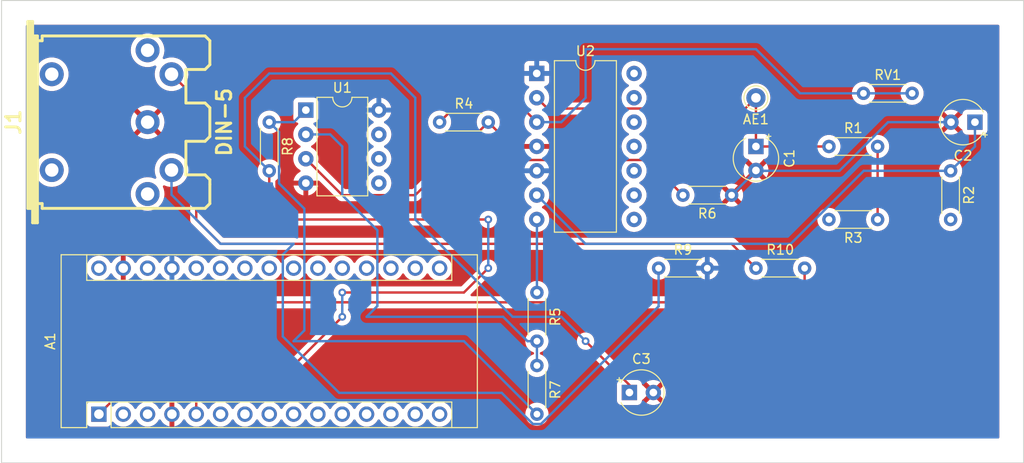
<source format=kicad_pcb>
(kicad_pcb (version 20211014) (generator pcbnew)
  (layers (0 "F.Cu" signal) (31 "B.Cu" signal) (34 "B.Paste" user) (35 "F.Paste" user) (36 "B.SilkS" user "B.Silkscreen") (37 "F.SilkS" user "F.Silkscreen") (38 "B.Mask" user) (39 "F.Mask" user) (44 "Edge.Cuts" user))
  (net 0 "")
  (net 1 "midi out")
  (net 4 "GND")
  (net 5 "Net-(A1-Pad5)")
  (net 27 "+5V")
  (net 30 "Net-(AE1-Pad1)")
  (net 31 "Net-(C2-Pad1)")
  (net 32 "Net-(J1-Pad5)")
  (net 34 "Net-(J1-Pad4)")
  (net 36 "Net-(R1-Pad2)")
  (net 37 "Net-(R2-Pad2)")
  (net 38 "Net-(R3-Pad2)")
  (net 39 "Net-(R4-Pad1)")
  (net 40 "Net-(R4-Pad2)")
  (net 41 "Net-(R5-Pad2)")
  (net 42 "Net-(R7-Pad2)")
  (net 46 "VCC")
  (footprint "Capacitor_THT:CP_Radial_Tantal_D4.5mm_P2.50mm" (layer "F.Cu") (at 88.392288 81.56)
    (fp_text reference "C3" (at 1.25 -3.5) (layer "F.SilkS"))
    (fp_text value "1nF")
    (fp_line (start -1.287288 -1.335) (end -0.837288 -1.335) (layer "F.SilkS") (width 0.12))
    (fp_line (start -1.062288 -1.56) (end -1.062288 -1.11) (layer "F.SilkS") (width 0.12))
    (fp_arc (start -0.869741 -1.06) (mid 3.62 0) (end -0.869741 1.06) (layer "F.SilkS") (width 0.12))
    (pad "1" thru_hole rect (at 0 0) (size 1.6 1.6) (drill 0.8) (layers *.Cu *.Mask) (net 5 "Net-(A1-Pad5)"))
    (pad "2" thru_hole circle (at 2.5 0) (size 1.6 1.6) (drill 0.8) (layers *.Cu *.Mask) (net 4 "GND"))
  )
  (footprint "Resistor_THT:R_Axial_DIN0204_L3.6mm_D1.6mm_P5.08mm_Horizontal" (layer "F.Cu") (at 101.6 68.58)
    (fp_text reference "R10" (at 2.54 -1.92) (layer "F.SilkS"))
    (fp_text value "220R")
    (fp_line (start 0.62 0.92) (end 4.46 0.92) (layer "F.SilkS") (width 0.12))
    (fp_line (start 0.62 -0.92) (end 4.46 -0.92) (layer "F.SilkS") (width 0.12))
    (pad "1" thru_hole circle (at 0 0) (size 1.4 1.4) (drill 0.7) (layers *.Cu *.Mask) (net 32 "Net-(J1-Pad5)"))
    (pad "2" thru_hole oval (at 5.08 0) (size 1.4 1.4) (drill 0.7) (layers *.Cu *.Mask) (net 1 "midi out"))
  )
  (footprint "Resistor_THT:R_Axial_DIN0204_L3.6mm_D1.6mm_P5.08mm_Horizontal" (layer "F.Cu") (at 50.8 53.34 -90)
    (fp_text reference "R8" (at 2.54 -1.92 90) (layer "F.SilkS"))
    (fp_text value "6K8")
    (fp_line (start 0.62 -0.92) (end 4.46 -0.92) (layer "F.SilkS") (width 0.12))
    (fp_line (start 0.62 0.92) (end 4.46 0.92) (layer "F.SilkS") (width 0.12))
    (pad "1" thru_hole circle (at 0 0 270) (size 1.4 1.4) (drill 0.7) (layers *.Cu *.Mask) (net 42 "Net-(R7-Pad2)"))
    (pad "2" thru_hole oval (at 5.08 0 270) (size 1.4 1.4) (drill 0.7) (layers *.Cu *.Mask) (net 5 "Net-(A1-Pad5)"))
  )
  (footprint "Connectors_UNITRA:DIN-5" (layer "F.Cu") (at 35.1 53.34 -90)
    (fp_text reference "J1" (at 0 11 90) (layer "F.SilkS") (effects (font (size 1.5 1.5) (thickness 0.3))))
    (fp_text value "DIN-5" (at 0 -11 90) (layer "F.SilkS") (effects (font (size 1.5 1.5) (thickness 0.3))))
    (fp_line (start 5.99948 -9.4996) (end 5.4991 -8.99922) (layer "F.SilkS") (width 0.3048))
    (fp_line (start 5.4991 -8.99922) (end 5.4991 -7.00024) (layer "F.SilkS") (width 0.3048))
    (fp_line (start -1.99898 -8.99922) (end -1.99898 -7.00024) (layer "F.SilkS") (width 0.3048))
    (fp_line (start -8.99922 8.7503) (end 10.50036 8.7503) (layer "F.SilkS") (width 0.3048))
    (fp_line (start 10.50036 8.99922) (end 8.99922 8.99922) (layer "F.SilkS") (width 0.3048))
    (fp_line (start 6.49986 -9.4996) (end 5.99948 -9.4996) (layer "F.SilkS") (width 0.3048))
    (fp_line (start -10.50036 8.99922) (end -8.99922 8.99922) (layer "F.SilkS") (width 0.3048))
    (fp_line (start -1.50114 -9.4996) (end 1.50114 -9.4996) (layer "F.SilkS") (width 0.3048))
    (fp_line (start -8.99922 -8.99922) (end -8.49884 -9.4996) (layer "F.SilkS") (width 0.3048))
    (fp_line (start -10.50036 9.25068) (end 8.99922 9.25068) (layer "F.SilkS") (width 0.3048))
    (fp_line (start 8.99922 -8.99922) (end 8.49884 -9.4996) (layer "F.SilkS") (width 0.3048))
    (fp_line (start -8.49884 -9.4996) (end -5.99948 -9.4996) (layer "F.SilkS") (width 0.3048))
    (fp_line (start 8.99922 -8.99922) (end 8.99922 8.001) (layer "F.SilkS") (width 0.3048))
    (fp_line (start 10.50036 8.49884) (end 10.50036 8.99922) (layer "F.SilkS") (width 0.3048))
    (fp_line (start -8.49884 8.001) (end -8.49884 8.49884) (layer "F.SilkS") (width 0.3048))
    (fp_line (start 8.99922 8.99922) (end 8.99922 9.4996) (layer "F.SilkS") (width 0.3048))
    (fp_line (start 1.99898 -8.99922) (end 1.99898 -7.00024) (layer "F.SilkS") (width 0.3048))
    (fp_line (start 1.50114 -9.4996) (end 1.99898 -8.99922) (layer "F.SilkS") (width 0.3048))
    (fp_line (start -5.99948 -9.4996) (end -5.4991 -8.99922) (layer "F.SilkS") (width 0.3048))
    (fp_line (start -8.99922 8.99922) (end -8.99922 8.49884) (layer "F.SilkS") (width 0.3048))
    (fp_line (start -5.4991 -8.99922) (end -5.4991 -7.00024) (layer "F.SilkS") (width 0.3048))
    (fp_line (start 8.99922 8.001) (end 8.49884 8.001) (layer "F.SilkS") (width 0.3048))
    (fp_line (start -8.99922 -8.99922) (end -8.99922 8.001) (layer "F.SilkS") (width 0.3048))
    (fp_line (start 8.49884 -9.4996) (end 6.49986 -9.4996) (layer "F.SilkS") (width 0.3048))
    (fp_line (start -8.99922 8.001) (end -8.49884 8.001) (layer "F.SilkS") (width 0.3048))
    (fp_line (start 5.4991 -7.00024) (end 1.99898 -7.00024) (layer "F.SilkS") (width 0.3048))
    (fp_line (start -1.50114 -9.4996) (end -1.99898 -8.99922) (layer "F.SilkS") (width 0.3048))
    (fp_line (start 8.99922 8.99922) (end -8.99922 8.99922) (layer "F.SilkS") (width 0.3048))
    (fp_line (start 8.49884 8.49884) (end 8.49884 8.001) (layer "F.SilkS") (width 0.3048))
    (fp_line (start -10.50036 9.4996) (end -10.50036 8.99922) (layer "F.SilkS") (width 0.3048))
    (fp_line (start -5.4991 -7.00024) (end -1.99898 -7.00024) (layer "F.SilkS") (width 0.3048))
    (fp_line (start -8.99922 8.49884) (end 10.50036 8.49884) (layer "F.SilkS") (width 0.3048))
    (fp_line (start 8.99922 9.4996) (end -10.50036 9.4996) (layer "F.SilkS") (width 0.3048))
    (pad "1" thru_hole circle locked (at 7.5 -3 270) (size 2.5 2.5) (drill 1.4) (layers *.Cu *.Mask))
    (pad "2" thru_hole circle locked (at 0 -3 270) (size 2.5 2.5) (drill 1.4) (layers *.Cu *.Mask) (net 4 "GND"))
    (pad "3" thru_hole circle locked (at -7.5 -3 270) (size 2.5 2.5) (drill 1.4) (layers *.Cu *.Mask))
    (pad "4" thru_hole circle locked (at 5 -5.5 270) (size 2.5 2.5) (drill 1.4) (layers *.Cu *.Mask) (net 34 "Net-(J1-Pad4)"))
    (pad "5" thru_hole circle locked (at -5 -5.5 270) (size 2.5 2.5) (drill 1.4) (layers *.Cu *.Mask) (net 32 "Net-(J1-Pad5)"))
    (pad "6" thru_hole circle locked (at -5 7 270) (size 2.5 2.5) (drill 1.4) (layers *.Cu *.Mask))
    (pad "6" thru_hole circle locked (at 5 7 270) (size 2.5 2.5) (drill 1.4) (layers *.Cu *.Mask))
  )
  (footprint "Connector_Pin:Pin_D1.0mm_L10.0mm" (layer "F.Cu") (at 101.6 50.8)
    (fp_text reference "AE1" (at 0 2.25) (layer "F.SilkS"))
    (fp_text value "Antenna")
    (fp_circle (center 0 0) (end 1.25 0.05) (layer "F.SilkS") (width 0.12) (fill none))
    (pad "1" thru_hole circle (at 0 0) (size 2 2) (drill 1) (layers *.Cu *.Mask) (net 30 "Net-(AE1-Pad1)"))
  )
  (footprint "Package_DIP:DIP-14_W10.16mm" (layer "F.Cu") (at 78.72 48.255)
    (fp_text reference "U2" (at 5.08 -2.33) (layer "F.SilkS"))
    (fp_text value "CD4093")
    (fp_line (start 1.845 16.57) (end 8.315 16.57) (layer "F.SilkS") (width 0.12))
    (fp_line (start 4.08 -1.33) (end 1.845 -1.33) (layer "F.SilkS") (width 0.12))
    (fp_line (start 8.315 16.57) (end 8.315 -1.33) (layer "F.SilkS") (width 0.12))
    (fp_line (start 8.315 -1.33) (end 6.08 -1.33) (layer "F.SilkS") (width 0.12))
    (fp_line (start 1.845 -1.33) (end 1.845 16.57) (layer "F.SilkS") (width 0.12))
    (fp_arc (start 6.08 -1.33) (mid 5.08 -0.33) (end 4.08 -1.33) (layer "F.SilkS") (width 0.12))
    (pad "1" thru_hole rect (at 0 0) (size 1.6 1.6) (drill 0.8) (layers *.Cu *.Mask) (net 27 "+5V"))
    (pad "2" thru_hole oval (at 0 2.54) (size 1.6 1.6) (drill 0.8) (layers *.Cu *.Mask) (net 30 "Net-(AE1-Pad1)"))
    (pad "3" thru_hole oval (at 0 5.08) (size 1.6 1.6) (drill 0.8) (layers *.Cu *.Mask) (net 39 "Net-(R4-Pad1)"))
    (pad "4" thru_hole oval (at 0 7.62) (size 1.6 1.6) (drill 0.8) (layers *.Cu *.Mask) (net 4 "GND"))
    (pad "5" thru_hole oval (at 0 10.16) (size 1.6 1.6) (drill 0.8) (layers *.Cu *.Mask) (net 27 "+5V"))
    (pad "6" thru_hole oval (at 0 12.7) (size 1.6 1.6) (drill 0.8) (layers *.Cu *.Mask) (net 31 "Net-(C2-Pad1)"))
    (pad "7" thru_hole oval (at 0 15.24) (size 1.6 1.6) (drill 0.8) (layers *.Cu *.Mask) (net 38 "Net-(R3-Pad2)"))
    (pad "8" thru_hole oval (at 10.16 15.24) (size 1.6 1.6) (drill 0.8) (layers *.Cu *.Mask) (net 46 "VCC"))
    (pad "9" thru_hole oval (at 10.16 12.7) (size 1.6 1.6) (drill 0.8) (layers *.Cu *.Mask))
    (pad "10" thru_hole oval (at 10.16 10.16) (size 1.6 1.6) (drill 0.8) (layers *.Cu *.Mask))
    (pad "11" thru_hole oval (at 10.16 7.62) (size 1.6 1.6) (drill 0.8) (layers *.Cu *.Mask))
    (pad "12" thru_hole oval (at 10.16 5.08) (size 1.6 1.6) (drill 0.8) (layers *.Cu *.Mask))
    (pad "13" thru_hole oval (at 10.16 2.54) (size 1.6 1.6) (drill 0.8) (layers *.Cu *.Mask))
    (pad "14" thru_hole oval (at 10.16 0) (size 1.6 1.6) (drill 0.8) (layers *.Cu *.Mask))
  )
  (footprint "Resistor_THT:R_Axial_DIN0204_L3.6mm_D1.6mm_P5.08mm_Horizontal" (layer "F.Cu") (at 68.58 53.34)
    (fp_text reference "R4" (at 2.54 -1.92) (layer "F.SilkS"))
    (fp_text value "10K")
    (fp_line (start 0.62 0.92) (end 4.46 0.92) (layer "F.SilkS") (width 0.12))
    (fp_line (start 0.62 -0.92) (end 4.46 -0.92) (layer "F.SilkS") (width 0.12))
    (pad "1" thru_hole circle (at 0 0) (size 1.4 1.4) (drill 0.7) (layers *.Cu *.Mask) (net 39 "Net-(R4-Pad1)"))
    (pad "2" thru_hole oval (at 5.08 0) (size 1.4 1.4) (drill 0.7) (layers *.Cu *.Mask) (net 40 "Net-(R4-Pad2)"))
  )
  (footprint "Resistor_THT:R_Axial_DIN0204_L3.6mm_D1.6mm_P5.08mm_Horizontal" (layer "F.Cu") (at 109.22 55.88)
    (fp_text reference "R1" (at 2.54 -1.92) (layer "F.SilkS"))
    (fp_text value "5K1")
    (fp_line (start 0.62 0.92) (end 4.46 0.92) (layer "F.SilkS") (width 0.12))
    (fp_line (start 0.62 -0.92) (end 4.46 -0.92) (layer "F.SilkS") (width 0.12))
    (pad "1" thru_hole circle (at 0 0) (size 1.4 1.4) (drill 0.7) (layers *.Cu *.Mask) (net 30 "Net-(AE1-Pad1)"))
    (pad "2" thru_hole oval (at 5.08 0) (size 1.4 1.4) (drill 0.7) (layers *.Cu *.Mask) (net 36 "Net-(R1-Pad2)"))
  )
  (footprint "Resistor_THT:R_Axial_DIN0204_L3.6mm_D1.6mm_P5.08mm_Horizontal" (layer "F.Cu") (at 78.74 78.74 -90)
    (fp_text reference "R7" (at 2.54 -1.92 90) (layer "F.SilkS"))
    (fp_text value "10K")
    (fp_line (start 0.62 -0.92) (end 4.46 -0.92) (layer "F.SilkS") (width 0.12))
    (fp_line (start 0.62 0.92) (end 4.46 0.92) (layer "F.SilkS") (width 0.12))
    (pad "1" thru_hole circle (at 0 0 270) (size 1.4 1.4) (drill 0.7) (layers *.Cu *.Mask) (net 41 "Net-(R5-Pad2)"))
    (pad "2" thru_hole oval (at 5.08 0 270) (size 1.4 1.4) (drill 0.7) (layers *.Cu *.Mask) (net 42 "Net-(R7-Pad2)"))
  )
  (footprint "Resistor_THT:R_Axial_DIN0204_L3.6mm_D1.6mm_P5.08mm_Horizontal" (layer "F.Cu") (at 112.82 50.33)
    (fp_text reference "RV1" (at 2.54 -1.92) (layer "F.SilkS"))
    (fp_text value "10K")
    (fp_line (start 0.62 -0.92) (end 4.46 -0.92) (layer "F.SilkS") (width 0.12))
    (fp_line (start 0.62 0.92) (end 4.46 0.92) (layer "F.SilkS") (width 0.12))
    (pad "1" thru_hole circle (at 0 0) (size 1.4 1.4) (drill 0.7) (layers *.Cu *.Mask) (net 39 "Net-(R4-Pad1)"))
    (pad "2" thru_hole oval (at 5.08 0) (size 1.4 1.4) (drill 0.7) (layers *.Cu *.Mask) (net 39 "Net-(R4-Pad1)"))
  )
  (footprint "Package_DIP:DIP-8_W7.62mm" (layer "F.Cu") (at 54.62 52.08)
    (fp_text reference "U1" (at 3.81 -2.33) (layer "F.SilkS"))
    (fp_text value "MCP602")
    (fp_line (start 2.81 -1.33) (end 1.16 -1.33) (layer "F.SilkS") (width 0.12))
    (fp_line (start 1.16 -1.33) (end 1.16 8.95) (layer "F.SilkS") (width 0.12))
    (fp_line (start 6.46 8.95) (end 6.46 -1.33) (layer "F.SilkS") (width 0.12))
    (fp_line (start 6.46 -1.33) (end 4.81 -1.33) (layer "F.SilkS") (width 0.12))
    (fp_line (start 1.16 8.95) (end 6.46 8.95) (layer "F.SilkS") (width 0.12))
    (fp_arc (start 4.81 -1.33) (mid 3.81 -0.33) (end 2.81 -1.33) (layer "F.SilkS") (width 0.12))
    (pad "1" thru_hole rect (at 0 0) (size 1.6 1.6) (drill 0.8) (layers *.Cu *.Mask) (net 42 "Net-(R7-Pad2)"))
    (pad "2" thru_hole oval (at 0 2.54) (size 1.6 1.6) (drill 0.8) (layers *.Cu *.Mask) (net 41 "Net-(R5-Pad2)"))
    (pad "3" thru_hole oval (at 0 5.08) (size 1.6 1.6) (drill 0.8) (layers *.Cu *.Mask) (net 40 "Net-(R4-Pad2)"))
    (pad "4" thru_hole oval (at 0 7.62) (size 1.6 1.6) (drill 0.8) (layers *.Cu *.Mask) (net 4 "GND"))
    (pad "5" thru_hole oval (at 7.62 7.62) (size 1.6 1.6) (drill 0.8) (layers *.Cu *.Mask))
    (pad "6" thru_hole oval (at 7.62 5.08) (size 1.6 1.6) (drill 0.8) (layers *.Cu *.Mask))
    (pad "7" thru_hole oval (at 7.62 2.54) (size 1.6 1.6) (drill 0.8) (layers *.Cu *.Mask))
    (pad "8" thru_hole oval (at 7.62 0) (size 1.6 1.6) (drill 0.8) (layers *.Cu *.Mask) (net 27 "+5V"))
  )
  (footprint "Resistor_THT:R_Axial_DIN0204_L3.6mm_D1.6mm_P5.08mm_Horizontal" (layer "F.Cu") (at 99.06 60.96 180)
    (fp_text reference "R6" (at 2.54 -1.92) (layer "F.SilkS"))
    (fp_text value "10K")
    (fp_line (start 0.62 -0.92) (end 4.46 -0.92) (layer "F.SilkS") (width 0.12))
    (fp_line (start 0.62 0.92) (end 4.46 0.92) (layer "F.SilkS") (width 0.12))
    (pad "1" thru_hole circle (at 0 0 180) (size 1.4 1.4) (drill 0.7) (layers *.Cu *.Mask) (net 4 "GND"))
    (pad "2" thru_hole oval (at 5.08 0 180) (size 1.4 1.4) (drill 0.7) (layers *.Cu *.Mask) (net 40 "Net-(R4-Pad2)"))
  )
  (footprint "Resistor_THT:R_Axial_DIN0204_L3.6mm_D1.6mm_P5.08mm_Horizontal" (layer "F.Cu") (at 114.3 63.5 180)
    (fp_text reference "R3" (at 2.54 -1.92) (layer "F.SilkS"))
    (fp_text value "10K")
    (fp_line (start 0.62 0.92) (end 4.46 0.92) (layer "F.SilkS") (width 0.12))
    (fp_line (start 0.62 -0.92) (end 4.46 -0.92) (layer "F.SilkS") (width 0.12))
    (pad "1" thru_hole circle (at 0 0 180) (size 1.4 1.4) (drill 0.7) (layers *.Cu *.Mask) (net 36 "Net-(R1-Pad2)"))
    (pad "2" thru_hole oval (at 5.08 0 180) (size 1.4 1.4) (drill 0.7) (layers *.Cu *.Mask) (net 38 "Net-(R3-Pad2)"))
  )
  (footprint "Capacitor_THT:CP_Radial_Tantal_D4.5mm_P2.50mm" (layer "F.Cu") (at 124.46 53.34 180)
    (fp_text reference "C2" (at 1.25 -3.5) (layer "F.SilkS"))
    (fp_text value "100pF")
    (fp_line (start -1.287288 -1.335) (end -0.837288 -1.335) (layer "F.SilkS") (width 0.12))
    (fp_line (start -1.062288 -1.56) (end -1.062288 -1.11) (layer "F.SilkS") (width 0.12))
    (fp_arc (start -0.869741 -1.06) (mid 3.62 0) (end -0.869741 1.06) (layer "F.SilkS") (width 0.12))
    (pad "1" thru_hole rect (at 0 0 180) (size 1.6 1.6) (drill 0.8) (layers *.Cu *.Mask) (net 31 "Net-(C2-Pad1)"))
    (pad "2" thru_hole circle (at 2.5 0 180) (size 1.6 1.6) (drill 0.8) (layers *.Cu *.Mask) (net 4 "GND"))
  )
  (footprint "Resistor_THT:R_Axial_DIN0204_L3.6mm_D1.6mm_P5.08mm_Horizontal" (layer "F.Cu") (at 91.44 68.58)
    (fp_text reference "R9" (at 2.54 -1.92) (layer "F.SilkS"))
    (fp_text value "220R")
    (fp_line (start 0.62 -0.92) (end 4.46 -0.92) (layer "F.SilkS") (width 0.12))
    (fp_line (start 0.62 0.92) (end 4.46 0.92) (layer "F.SilkS") (width 0.12))
    (pad "1" thru_hole circle (at 0 0) (size 1.4 1.4) (drill 0.7) (layers *.Cu *.Mask) (net 34 "Net-(J1-Pad4)"))
    (pad "2" thru_hole oval (at 5.08 0) (size 1.4 1.4) (drill 0.7) (layers *.Cu *.Mask) (net 27 "+5V"))
  )
  (footprint "Module:Arduino_Nano" (layer "F.Cu") (at 33.02 83.82 90)
    (fp_text reference "A1" (at 7.62 -5.08 90) (layer "F.SilkS"))
    (fp_text value "Arduino_Nano_v3.x")
    (fp_line (start 16.64 -3.94) (end -1.4 -3.94) (layer "F.SilkS") (width 0.12))
    (fp_line (start 1.27 1.27) (end -1.4 1.27) (layer "F.SilkS") (width 0.12))
    (fp_line (start 13.97 -1.27) (end 16.64 -1.27) (layer "F.SilkS") (width 0.12))
    (fp_line (start 1.27 36.83) (end -1.4 36.83) (layer "F.SilkS") (width 0.12))
    (fp_line (start 16.64 39.5) (end 16.64 -3.94) (layer "F.SilkS") (width 0.12))
    (fp_line (start -1.4 39.5) (end 16.64 39.5) (layer "F.SilkS") (width 0.12))
    (fp_line (start 13.97 36.83) (end 16.64 36.83) (layer "F.SilkS") (width 0.12))
    (fp_line (start -1.4 1.27) (end -1.4 39.5) (layer "F.SilkS") (width 0.12))
    (fp_line (start 1.27 -1.27) (end -1.4 -1.27) (layer "F.SilkS") (width 0.12))
    (fp_line (start 13.97 -1.27) (end 13.97 36.83) (layer "F.SilkS") (width 0.12))
    (fp_line (start -1.4 -3.94) (end -1.4 -1.27) (layer "F.SilkS") (width 0.12))
    (fp_line (start 1.27 1.27) (end 1.27 36.83) (layer "F.SilkS") (width 0.12))
    (fp_line (start 1.27 1.27) (end 1.27 -1.27) (layer "F.SilkS") (width 0.12))
    (pad "1" thru_hole rect (at 0 0 90) (size 1.6 1.6) (drill 1) (layers *.Cu *.Mask) (net 1 "midi out"))
    (pad "2" thru_hole oval (at 0 2.54 90) (size 1.6 1.6) (drill 1) (layers *.Cu *.Mask))
    (pad "3" thru_hole oval (at 0 5.08 90) (size 1.6 1.6) (drill 1) (layers *.Cu *.Mask))
    (pad "4" thru_hole oval (at 0 7.62 90) (size 1.6 1.6) (drill 1) (layers *.Cu *.Mask) (net 4 "GND"))
    (pad "5" thru_hole oval (at 0 10.16 90) (size 1.6 1.6) (drill 1) (layers *.Cu *.Mask) (net 5 "Net-(A1-Pad5)"))
    (pad "6" thru_hole oval (at 0 12.7 90) (size 1.6 1.6) (drill 1) (layers *.Cu *.Mask))
    (pad "7" thru_hole oval (at 0 15.24 90) (size 1.6 1.6) (drill 1) (layers *.Cu *.Mask))
    (pad "8" thru_hole oval (at 0 17.78 90) (size 1.6 1.6) (drill 1) (layers *.Cu *.Mask))
    (pad "9" thru_hole oval (at 0 20.32 90) (size 1.6 1.6) (drill 1) (layers *.Cu *.Mask))
    (pad "10" thru_hole oval (at 0 22.86 90) (size 1.6 1.6) (drill 1) (layers *.Cu *.Mask))
    (pad "11" thru_hole oval (at 0 25.4 90) (size 1.6 1.6) (drill 1) (layers *.Cu *.Mask))
    (pad "12" thru_hole oval (at 0 27.94 90) (size 1.6 1.6) (drill 1) (layers *.Cu *.Mask))
    (pad "13" thru_hole oval (at 0 30.48 90) (size 1.6 1.6) (drill 1) (layers *.Cu *.Mask))
    (pad "14" thru_hole oval (at 0 33.02 90) (size 1.6 1.6) (drill 1) (layers *.Cu *.Mask))
    (pad "15" thru_hole oval (at 0 35.56 90) (size 1.6 1.6) (drill 1) (layers *.Cu *.Mask))
    (pad "16" thru_hole oval (at 15.24 35.56 90) (size 1.6 1.6) (drill 1) (layers *.Cu *.Mask))
    (pad "17" thru_hole oval (at 15.24 33.02 90) (size 1.6 1.6) (drill 1) (layers *.Cu *.Mask))
    (pad "18" thru_hole oval (at 15.24 30.48 90) (size 1.6 1.6) (drill 1) (layers *.Cu *.Mask))
    (pad "19" thru_hole oval (at 15.24 27.94 90) (size 1.6 1.6) (drill 1) (layers *.Cu *.Mask))
    (pad "20" thru_hole oval (at 15.24 25.4 90) (size 1.6 1.6) (drill 1) (layers *.Cu *.Mask))
    (pad "21" thru_hole oval (at 15.24 22.86 90) (size 1.6 1.6) (drill 1) (layers *.Cu *.Mask))
    (pad "22" thru_hole oval (at 15.24 20.32 90) (size 1.6 1.6) (drill 1) (layers *.Cu *.Mask))
    (pad "23" thru_hole oval (at 15.24 17.78 90) (size 1.6 1.6) (drill 1) (layers *.Cu *.Mask))
    (pad "24" thru_hole oval (at 15.24 15.24 90) (size 1.6 1.6) (drill 1) (layers *.Cu *.Mask))
    (pad "25" thru_hole oval (at 15.24 12.7 90) (size 1.6 1.6) (drill 1) (layers *.Cu *.Mask))
    (pad "26" thru_hole oval (at 15.24 10.16 90) (size 1.6 1.6) (drill 1) (layers *.Cu *.Mask))
    (pad "27" thru_hole oval (at 15.24 7.62 90) (size 1.6 1.6) (drill 1) (layers *.Cu *.Mask) (net 27 "+5V"))
    (pad "28" thru_hole oval (at 15.24 5.08 90) (size 1.6 1.6) (drill 1) (layers *.Cu *.Mask))
    (pad "29" thru_hole oval (at 15.24 2.54 90) (size 1.6 1.6) (drill 1) (layers *.Cu *.Mask) (net 4 "GND"))
    (pad "30" thru_hole oval (at 15.24 0 90) (size 1.6 1.6) (drill 1) (layers *.Cu *.Mask))
  )
  (footprint "Resistor_THT:R_Axial_DIN0204_L3.6mm_D1.6mm_P5.08mm_Horizontal" (layer "F.Cu") (at 121.92 58.42 -90)
    (fp_text reference "R2" (at 2.54 -1.92 90) (layer "F.SilkS"))
    (fp_text value "10K")
    (fp_line (start 0.62 0.92) (end 4.46 0.92) (layer "F.SilkS") (width 0.12))
    (fp_line (start 0.62 -0.92) (end 4.46 -0.92) (layer "F.SilkS") (width 0.12))
    (pad "1" thru_hole circle (at 0 0 270) (size 1.4 1.4) (drill 0.7) (layers *.Cu *.Mask) (net 31 "Net-(C2-Pad1)"))
    (pad "2" thru_hole oval (at 5.08 0 270) (size 1.4 1.4) (drill 0.7) (layers *.Cu *.Mask) (net 37 "Net-(R2-Pad2)"))
  )
  (footprint "Capacitor_THT:CP_Radial_Tantal_D4.5mm_P2.50mm" (layer "F.Cu") (at 101.6 55.88 -90)
    (fp_text reference "C1" (at 1.25 -3.5 90) (layer "F.SilkS"))
    (fp_text value "100pF")
    (fp_line (start -1.287288 -1.335) (end -0.837288 -1.335) (layer "F.SilkS") (width 0.12))
    (fp_line (start -1.062288 -1.56) (end -1.062288 -1.11) (layer "F.SilkS") (width 0.12))
    (fp_arc (start -0.869741 -1.06) (mid 3.62 0) (end -0.869741 1.06) (layer "F.SilkS") (width 0.12))
    (pad "1" thru_hole rect (at 0 0 270) (size 1.6 1.6) (drill 0.8) (layers *.Cu *.Mask) (net 30 "Net-(AE1-Pad1)"))
    (pad "2" thru_hole circle (at 2.5 0 270) (size 1.6 1.6) (drill 0.8) (layers *.Cu *.Mask) (net 4 "GND"))
  )
  (footprint "Resistor_THT:R_Axial_DIN0204_L3.6mm_D1.6mm_P5.08mm_Horizontal" (layer "F.Cu") (at 78.74 71.12 -90)
    (fp_text reference "R5" (at 2.54 -1.92 90) (layer "F.SilkS"))
    (fp_text value "10K")
    (fp_line (start 0.62 0.92) (end 4.46 0.92) (layer "F.SilkS") (width 0.12))
    (fp_line (start 0.62 -0.92) (end 4.46 -0.92) (layer "F.SilkS") (width 0.12))
    (pad "1" thru_hole circle (at 0 0 270) (size 1.4 1.4) (drill 0.7) (layers *.Cu *.Mask) (net 38 "Net-(R3-Pad2)"))
    (pad "2" thru_hole oval (at 5.08 0 270) (size 1.4 1.4) (drill 0.7) (layers *.Cu *.Mask) (net 41 "Net-(R5-Pad2)"))
  )
  (gr_rect (start 22.86 40.64) (end 129.54 88.9) (layer "Edge.Cuts") (width 0.1) (fill none))
  (segment (start 106.68 71.12) (end 106.68 68.58) (width 0.25) (layer "F.Cu") (net 1))
  (segment (start 105.655489 72.144511) (end 106.68 71.12) (width 0.25) (layer "F.Cu") (net 1))
  (segment (start 33.02 83.82) (end 44.695489 72.144511) (width 0.25) (layer "F.Cu") (net 1))
  (segment (start 44.695489 72.144511) (end 105.655489 72.144511) (width 0.25) (layer "F.Cu") (net 1))
  (segment (start 110.311122 58.42) (end 101.6 58.42) (width 0.25) (layer "B.Cu") (net 4))
  (segment (start 115.391122 53.34) (end 110.311122 58.42) (width 0.25) (layer "B.Cu") (net 4))
  (segment (start 121.96 53.34) (end 115.391122 53.34) (width 0.25) (layer "B.Cu") (net 4))
  (segment (start 101.6 58.42) (end 99.06 60.96) (width 0.25) (layer "B.Cu") (net 4))
  (segment (start 50.8 63.5) (end 73.66 63.5) (width 0.25) (layer "F.Cu") (net 5))
  (segment (start 83.82 76.2) (end 88.392288 80.772288) (width 0.25) (layer "F.Cu") (net 5))
  (segment (start 73.66 68.58) (end 71.12 71.12) (width 0.25) (layer "F.Cu") (net 5))
  (segment (start 71.12 71.12) (end 58.42 71.12) (width 0.25) (layer "F.Cu") (net 5))
  (segment (start 50.8 81.28) (end 43.18 81.28) (width 0.25) (layer "F.Cu") (net 5))
  (segment (start 58.42 73.66) (end 50.8 81.28) (width 0.25) (layer "F.Cu") (net 5))
  (segment (start 43.18 81.28) (end 43.18 83.82) (width 0.25) (layer "F.Cu") (net 5))
  (segment (start 50.8 58.42) (end 50.8 63.5) (width 0.25) (layer "F.Cu") (net 5))
  (segment (start 88.392288 80.772288) (end 88.392288 81.56) (width 0.25) (layer "F.Cu") (net 5))
  (via (at 58.42 71.12) (size 0.8) (drill 0.4) (layers "F.Cu" "B.Cu") (net 5))
  (via (at 73.66 68.58) (size 0.8) (drill 0.4) (layers "F.Cu" "B.Cu") (net 5))
  (via (at 83.82 76.2) (size 0.8) (drill 0.4) (layers "F.Cu" "B.Cu") (net 5))
  (via (at 73.66 63.5) (size 0.8) (drill 0.4) (layers "F.Cu" "B.Cu") (net 5))
  (via (at 58.42 73.66) (size 0.8) (drill 0.4) (layers "F.Cu" "B.Cu") (net 5))
  (segment (start 76.2 73.66) (end 81.28 73.66) (width 0.25) (layer "B.Cu") (net 5))
  (segment (start 81.28 73.66) (end 83.82 76.2) (width 0.25) (layer "B.Cu") (net 5))
  (segment (start 73.66 63.5) (end 73.66 68.58) (width 0.25) (layer "B.Cu") (net 5))
  (segment (start 63.5 48.26) (end 66.04 50.8) (width 0.25) (layer "B.Cu") (net 5))
  (segment (start 58.42 71.12) (end 58.42 73.66) (width 0.25) (layer "B.Cu") (net 5))
  (segment (start 48.26 50.8) (end 50.8 48.26) (width 0.25) (layer "B.Cu") (net 5))
  (segment (start 50.8 58.42) (end 48.26 55.88) (width 0.25) (layer "B.Cu") (net 5))
  (segment (start 50.8 48.26) (end 63.5 48.26) (width 0.25) (layer "B.Cu") (net 5))
  (segment (start 66.04 63.5) (end 76.2 73.66) (width 0.25) (layer "B.Cu") (net 5))
  (segment (start 66.04 50.8) (end 66.04 63.5) (width 0.25) (layer "B.Cu") (net 5))
  (segment (start 48.26 55.88) (end 48.26 50.8) (width 0.25) (layer "B.Cu") (net 5))
  (segment (start 100.480489 51.919511) (end 79.844511 51.919511) (width 0.25) (layer "F.Cu") (net 30))
  (segment (start 101.6 50.8) (end 101.6 55.88) (width 0.25) (layer "F.Cu") (net 30))
  (segment (start 101.6 50.8) (end 100.480489 51.919511) (width 0.25) (layer "F.Cu") (net 30))
  (segment (start 79.844511 51.919511) (end 78.72 50.795) (width 0.25) (layer "F.Cu") (net 30))
  (segment (start 109.22 55.88) (end 101.6 55.88) (width 0.25) (layer "F.Cu") (net 30))
  (segment (start 121.92 58.42) (end 112.851122 58.42) (width 0.25) (layer "B.Cu") (net 31))
  (segment (start 124.46 53.34) (end 124.46 55.88) (width 0.25) (layer "B.Cu") (net 31))
  (segment (start 124.46 55.88) (end 121.92 58.42) (width 0.25) (layer "B.Cu") (net 31))
  (segment (start 83.805 66.04) (end 78.72 60.955) (width 0.25) (layer "B.Cu") (net 31))
  (segment (start 112.851122 58.42) (end 105.231122 66.04) (width 0.25) (layer "B.Cu") (net 31))
  (segment (start 105.231122 66.04) (end 83.805 66.04) (width 0.25) (layer "B.Cu") (net 31))
  (segment (start 43.18 63.5) (end 45.72 66.04) (width 0.25) (layer "F.Cu") (net 32))
  (segment (start 99.06 66.04) (end 101.6 68.58) (width 0.25) (layer "F.Cu") (net 32))
  (segment (start 40.6 48.34) (end 43.18 50.92) (width 0.25) (layer "F.Cu") (net 32))
  (segment (start 45.72 66.04) (end 99.06 66.04) (width 0.25) (layer "F.Cu") (net 32))
  (segment (start 43.18 50.92) (end 43.18 63.5) (width 0.25) (layer "F.Cu") (net 32))
  (segment (start 75.068981 81.597859) (end 78.315633 84.844511) (width 0.25) (layer "B.Cu") (net 34))
  (segment (start 58.102142 81.597859) (end 75.068981 81.597859) (width 0.25) (layer "B.Cu") (net 34))
  (segment (start 45.72 66.04) (end 53.34 66.04) (width 0.25) (layer "B.Cu") (net 34))
  (segment (start 52.215489 75.711206) (end 58.102142 81.597859) (width 0.25) (layer "B.Cu") (net 34))
  (segment (start 40.6 60.92) (end 45.72 66.04) (width 0.25) (layer "B.Cu") (net 34))
  (segment (start 53.34 66.04) (end 52.215489 67.164511) (width 0.25) (layer "B.Cu") (net 34))
  (segment (start 79.164367 84.844511) (end 91.44 72.568878) (width 0.25) (layer "B.Cu") (net 34))
  (segment (start 52.215489 67.164511) (end 52.215489 75.711206) (width 0.25) (layer "B.Cu") (net 34))
  (segment (start 78.315633 84.844511) (end 79.164367 84.844511) (width 0.25) (layer "B.Cu") (net 34))
  (segment (start 91.44 72.568878) (end 91.44 68.58) (width 0.25) (layer "B.Cu") (net 34))
  (segment (start 40.6 58.34) (end 40.6 60.92) (width 0.25) (layer "B.Cu") (net 34))
  (segment (start 114.3 55.88) (end 114.3 63.5) (width 0.25) (layer "F.Cu") (net 36))
  (segment (start 78.74 63.515) (end 78.72 63.495) (width 0.25) (layer "B.Cu") (net 38))
  (segment (start 78.74 71.12) (end 78.74 63.515) (width 0.25) (layer "B.Cu") (net 38))
  (segment (start 68.58 53.34) (end 71.12 50.8) (width 0.25) (layer "F.Cu") (net 39))
  (segment (start 76.185 50.8) (end 78.72 53.335) (width 0.25) (layer "F.Cu") (net 39))
  (segment (start 71.12 50.8) (end 76.185 50.8) (width 0.25) (layer "F.Cu") (net 39))
  (segment (start 83.82 50.8) (end 83.82 45.72) (width 0.25) (layer "B.Cu") (net 39))
  (segment (start 117.9 50.33) (end 112.82 50.33) (width 0.25) (layer "B.Cu") (net 39))
  (segment (start 81.285 53.335) (end 83.82 50.8) (width 0.25) (layer "B.Cu") (net 39))
  (segment (start 83.82 45.72) (end 101.6 45.72) (width 0.25) (layer "B.Cu") (net 39))
  (segment (start 101.6 45.72) (end 106.21 50.33) (width 0.25) (layer "B.Cu") (net 39))
  (segment (start 78.72 53.335) (end 81.285 53.335) (width 0.25) (layer "B.Cu") (net 39))
  (segment (start 106.21 50.33) (end 112.82 50.33) (width 0.25) (layer "B.Cu") (net 39))
  (segment (start 73.66 53.34) (end 66.04 60.96) (width 0.25) (layer "F.Cu") (net 40))
  (segment (start 77.610489 57.290489) (end 73.66 53.34) (width 0.25) (layer "F.Cu") (net 40))
  (segment (start 90.310489 57.290489) (end 77.610489 57.290489) (width 0.25) (layer "F.Cu") (net 40))
  (segment (start 58.42 60.96) (end 54.62 57.16) (width 0.25) (layer "F.Cu") (net 40))
  (segment (start 66.04 60.96) (end 58.42 60.96) (width 0.25) (layer "F.Cu") (net 40))
  (segment (start 93.98 60.96) (end 90.310489 57.290489) (width 0.25) (layer "F.Cu") (net 40))
  (segment (start 58.42 60.96) (end 58.42 55.88) (width 0.25) (layer "B.Cu") (net 41))
  (segment (start 62.084511 64.624511) (end 58.42 60.96) (width 0.25) (layer "B.Cu") (net 41))
  (segment (start 78.74 76.2) (end 78.74 78.74) (width 0.25) (layer "B.Cu") (net 41))
  (segment (start 75.210051 73.66) (end 60.96 73.66) (width 0.25) (layer "B.Cu") (net 41))
  (segment (start 57.16 54.62) (end 54.62 54.62) (width 0.25) (layer "B.Cu") (net 41))
  (segment (start 62.084511 72.535489) (end 62.084511 64.624511) (width 0.25) (layer "B.Cu") (net 41))
  (segment (start 78.74 76.2) (end 77.750051 76.2) (width 0.25) (layer "B.Cu") (net 41))
  (segment (start 58.42 55.88) (end 57.16 54.62) (width 0.25) (layer "B.Cu") (net 41))
  (segment (start 60.96 73.66) (end 62.084511 72.535489) (width 0.25) (layer "B.Cu") (net 41))
  (segment (start 77.750051 76.2) (end 75.210051 73.66) (width 0.25) (layer "B.Cu") (net 41))
  (segment (start 50.8 53.34) (end 53.36 53.34) (width 0.25) (layer "B.Cu") (net 42))
  (segment (start 51.824511 59.735489) (end 51.824511 54.364511) (width 0.25) (layer "B.Cu") (net 42))
  (segment (start 71.12 76.2) (end 53.34 76.2) (width 0.25) (layer "B.Cu") (net 42))
  (segment (start 51.824511 54.364511) (end 50.8 53.34) (width 0.25) (layer "B.Cu") (net 42))
  (segment (start 78.74 83.82) (end 71.12 76.2) (width 0.25) (layer "B.Cu") (net 42))
  (segment (start 54.464511 62.375489) (end 51.824511 59.735489) (width 0.25) (layer "B.Cu") (net 42))
  (segment (start 53.36 53.34) (end 54.62 52.08) (width 0.25) (layer "B.Cu") (net 42))
  (segment (start 53.34 76.2) (end 54.464511 75.075489) (width 0.25) (layer "B.Cu") (net 42))
  (segment (start 54.464511 75.075489) (end 54.464511 62.375489) (width 0.25) (layer "B.Cu") (net 42))
  (zone (net 4) (net_name "GND") (layer "F.Cu") (connect_pads (clearance 0.508)) (min_thickness 0.254) (fill yes (thermal_gap 0.508) (thermal_bridge_width 0.508))
    (polygon (pts (xy 127 86.36) (xy 25.4 86.36) (xy 25.4 43.18) (xy 127 43.18)))
  )
  (zone (net 27) (net_name "+5V") (layer "B.Cu") (connect_pads (clearance 0.508)) (min_thickness 0.254) (fill yes (thermal_gap 0.508) (thermal_bridge_width 0.508))
    (polygon (pts (xy 127 86.36) (xy 25.4 86.36) (xy 25.4 43.18) (xy 127 43.18)))
  )
)
</source>
